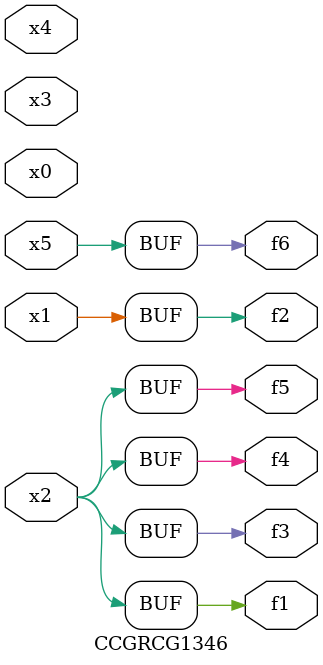
<source format=v>
module CCGRCG1346(
	input x0, x1, x2, x3, x4, x5,
	output f1, f2, f3, f4, f5, f6
);
	assign f1 = x2;
	assign f2 = x1;
	assign f3 = x2;
	assign f4 = x2;
	assign f5 = x2;
	assign f6 = x5;
endmodule

</source>
